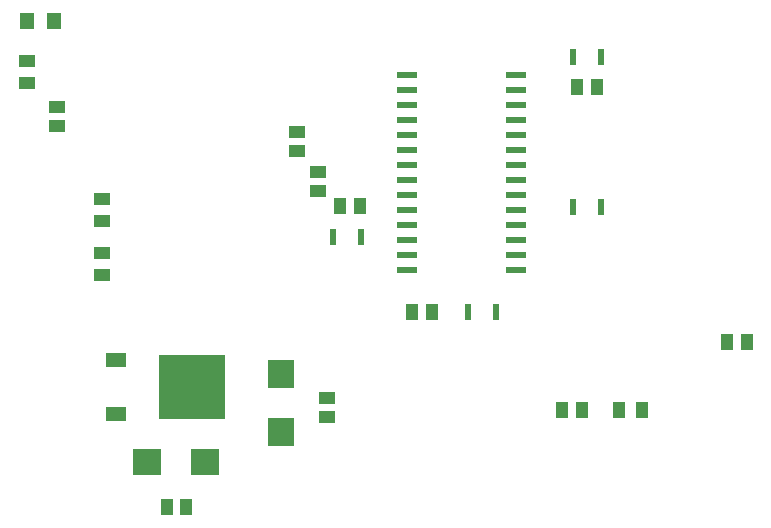
<source format=gtp>
G04 #@! TF.GenerationSoftware,KiCad,Pcbnew,8.0.6*
G04 #@! TF.CreationDate,2025-01-30T10:50:32+01:00*
G04 #@! TF.ProjectId,colorsorter_schematic,636f6c6f-7273-46f7-9274-65725f736368,rev?*
G04 #@! TF.SameCoordinates,Original*
G04 #@! TF.FileFunction,Paste,Top*
G04 #@! TF.FilePolarity,Positive*
%FSLAX46Y46*%
G04 Gerber Fmt 4.6, Leading zero omitted, Abs format (unit mm)*
G04 Created by KiCad (PCBNEW 8.0.6) date 2025-01-30 10:50:32*
%MOMM*%
%LPD*%
G01*
G04 APERTURE LIST*
%ADD10R,1.150000X1.400000*%
%ADD11R,1.050000X1.400000*%
%ADD12R,2.250000X2.350000*%
%ADD13R,1.470000X1.020000*%
%ADD14R,1.020000X1.470000*%
%ADD15R,1.400000X1.050000*%
%ADD16R,0.558800X1.447800*%
%ADD17R,2.350000X2.250000*%
%ADD18R,1.699999X1.300000*%
%ADD19R,5.699998X5.499999*%
%ADD20R,1.765300X0.558800*%
G04 APERTURE END LIST*
D10*
X114300000Y-79872000D03*
X116650000Y-79872000D03*
D11*
X166370000Y-112820000D03*
X164470000Y-112820000D03*
D12*
X135809995Y-109790000D03*
X135809995Y-114690000D03*
D13*
X116840000Y-88810000D03*
X116840000Y-87190000D03*
D14*
X162550850Y-85460000D03*
X160930850Y-85460000D03*
D15*
X120650000Y-96824000D03*
X120650000Y-94924000D03*
D14*
X148590000Y-104510000D03*
X146970000Y-104510000D03*
D16*
X151678900Y-104510000D03*
X154041100Y-104510000D03*
X140239750Y-98160000D03*
X142601950Y-98160000D03*
D14*
X142491200Y-95518400D03*
X140871200Y-95518400D03*
D16*
X160559750Y-95620000D03*
X162921950Y-95620000D03*
D15*
X120650000Y-99496000D03*
X120650000Y-101396000D03*
D17*
X124460000Y-117269997D03*
X129360000Y-117269997D03*
D18*
X121830000Y-108575001D03*
X121830000Y-113144999D03*
D19*
X128270000Y-110860000D03*
D14*
X175260000Y-107050000D03*
X173640000Y-107050000D03*
D20*
X146500850Y-84483700D03*
X146500850Y-85753700D03*
X146500850Y-87023700D03*
X146500850Y-88293700D03*
X146500850Y-89563700D03*
X146500850Y-90833700D03*
X146500850Y-92103700D03*
X146500850Y-93373700D03*
X146500850Y-94643700D03*
X146500850Y-95913700D03*
X146500850Y-97183700D03*
X146500850Y-98453700D03*
X146500850Y-99723700D03*
X146500850Y-100993700D03*
X155759150Y-100993700D03*
X155759150Y-99723700D03*
X155759150Y-98453700D03*
X155759150Y-97183700D03*
X155759150Y-95913700D03*
X155759150Y-94643700D03*
X155759150Y-93373700D03*
X155759150Y-92103700D03*
X155759150Y-90833700D03*
X155759150Y-89563700D03*
X155759150Y-88293700D03*
X155759150Y-87023700D03*
X155759150Y-85753700D03*
X155759150Y-84483700D03*
D13*
X139700000Y-113400000D03*
X139700000Y-111780000D03*
D16*
X160559750Y-82920000D03*
X162921950Y-82920000D03*
D14*
X127810000Y-121020000D03*
X126190000Y-121020000D03*
D13*
X138935000Y-92695000D03*
X138935000Y-94315000D03*
D14*
X159670000Y-112820000D03*
X161290000Y-112820000D03*
D13*
X137160000Y-90910000D03*
X137160000Y-89290000D03*
D15*
X114300000Y-85140000D03*
X114300000Y-83240000D03*
M02*

</source>
